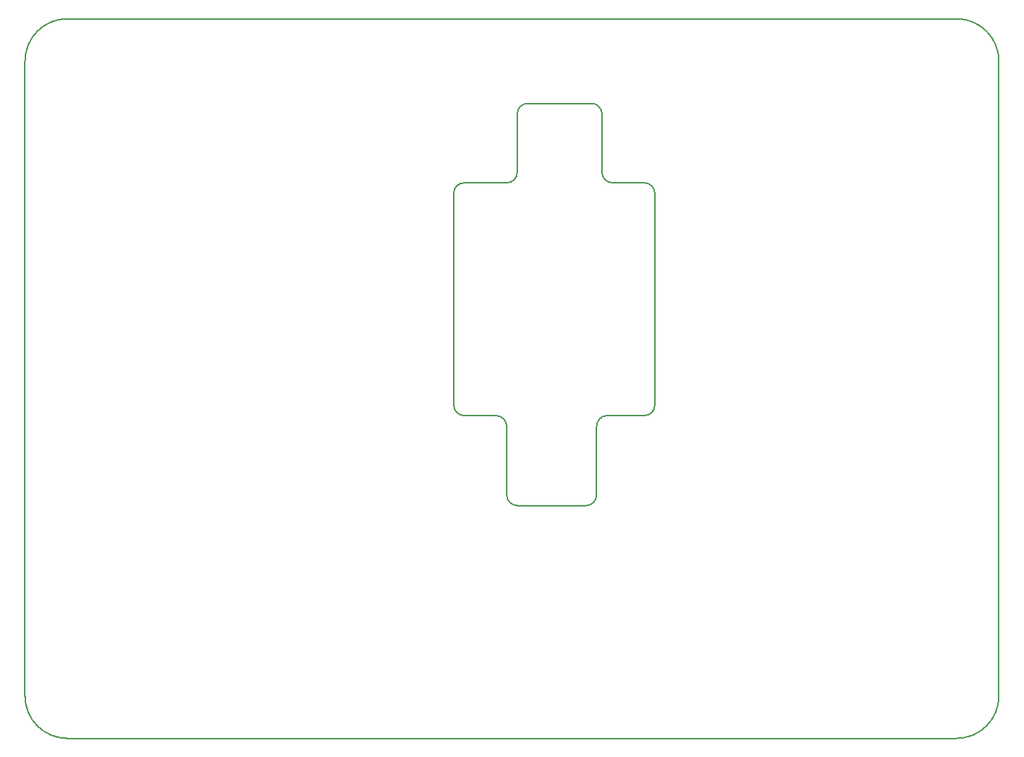
<source format=gm1>
G04 #@! TF.FileFunction,Profile,NP*
%FSLAX46Y46*%
G04 Gerber Fmt 4.6, Leading zero omitted, Abs format (unit mm)*
G04 Created by KiCad (PCBNEW 4.0.4-stable) date 12/10/17 00:47:25*
%MOMM*%
%LPD*%
G01*
G04 APERTURE LIST*
%ADD10C,0.250000*%
%ADD11C,0.150000*%
G04 APERTURE END LIST*
D10*
D11*
X142875000Y-83185000D02*
X142875000Y-76200000D01*
X147955000Y-84455000D02*
X144145000Y-84455000D01*
X149225000Y-111125000D02*
X149225000Y-85725000D01*
X143510000Y-112395000D02*
X147955000Y-112395000D01*
X142240000Y-121920000D02*
X142240000Y-113665000D01*
X132715000Y-123190000D02*
X140970000Y-123190000D01*
X131445000Y-113665000D02*
X131445000Y-121920000D01*
X126365000Y-112395000D02*
X130175000Y-112395000D01*
X125095000Y-85725000D02*
X125095000Y-111125000D01*
X131445000Y-84455000D02*
X126365000Y-84455000D01*
X132715000Y-76200000D02*
X132715000Y-83185000D01*
X141605000Y-74930000D02*
X133985000Y-74930000D01*
X142875000Y-76200000D02*
G75*
G03X141605000Y-74930000I-1270000J0D01*
G01*
X142875000Y-83185000D02*
G75*
G03X144145000Y-84455000I1270000J0D01*
G01*
X149225000Y-85725000D02*
G75*
G03X147955000Y-84455000I-1270000J0D01*
G01*
X147955000Y-112395000D02*
G75*
G03X149225000Y-111125000I0J1270000D01*
G01*
X143510000Y-112395000D02*
G75*
G03X142240000Y-113665000I0J-1270000D01*
G01*
X140970000Y-123190000D02*
G75*
G03X142240000Y-121920000I0J1270000D01*
G01*
X131445000Y-121920000D02*
G75*
G03X132715000Y-123190000I1270000J0D01*
G01*
X131445000Y-113665000D02*
G75*
G03X130175000Y-112395000I-1270000J0D01*
G01*
X125095000Y-111125000D02*
G75*
G03X126365000Y-112395000I1270000J0D01*
G01*
X126365000Y-84455000D02*
G75*
G03X125095000Y-85725000I0J-1270000D01*
G01*
X131445000Y-84455000D02*
G75*
G03X132715000Y-83185000I0J1270000D01*
G01*
X133985000Y-74930000D02*
G75*
G03X132715000Y-76200000I0J-1270000D01*
G01*
X78740000Y-151130000D02*
X185420000Y-151130000D01*
X185420000Y-64770000D02*
X78740000Y-64770000D01*
X73660000Y-69850000D02*
X73660000Y-146050000D01*
X190500000Y-146050000D02*
X190500000Y-69850000D01*
X73660000Y-146050000D02*
G75*
G03X78740000Y-151130000I5080000J0D01*
G01*
X185420000Y-151130000D02*
G75*
G03X190500000Y-146050000I0J5080000D01*
G01*
X78740000Y-64770000D02*
G75*
G03X73660000Y-69850000I0J-5080000D01*
G01*
X190500000Y-69850000D02*
G75*
G03X185420000Y-64770000I-5080000J0D01*
G01*
M02*

</source>
